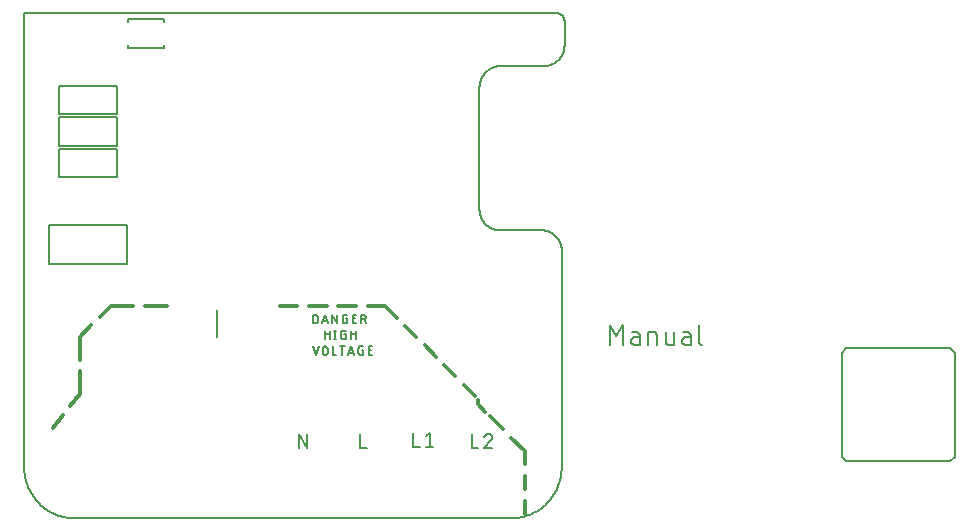
<source format=gbr>
G04 EAGLE Gerber RS-274X export*
G75*
%MOMM*%
%FSLAX34Y34*%
%LPD*%
%INSilkscreen Top*%
%IPPOS*%
%AMOC8*
5,1,8,0,0,1.08239X$1,22.5*%
G01*
%ADD10C,0.152400*%
%ADD11C,0.203200*%
%ADD12C,0.177800*%
%ADD13C,0.304800*%
%ADD14C,0.127000*%
%ADD15C,0.200000*%


D10*
X4888Y396414D02*
X4888Y11816D01*
X4901Y10773D01*
X4938Y9730D01*
X5001Y8688D01*
X5090Y7649D01*
X5203Y6611D01*
X5341Y5577D01*
X5504Y4546D01*
X5692Y3520D01*
X5905Y2498D01*
X6143Y1482D01*
X6405Y472D01*
X6691Y-531D01*
X7001Y-1527D01*
X7336Y-2516D01*
X7694Y-3496D01*
X8076Y-4467D01*
X8481Y-5429D01*
X8909Y-6380D01*
X9360Y-7321D01*
X9834Y-8251D01*
X10330Y-9169D01*
X10848Y-10075D01*
X11388Y-10968D01*
X11949Y-11847D01*
X12532Y-12713D01*
X13135Y-13565D01*
X13758Y-14401D01*
X14402Y-15223D01*
X15065Y-16028D01*
X15747Y-16818D01*
X16449Y-17590D01*
X17168Y-18346D01*
X17906Y-19084D01*
X18662Y-19803D01*
X19434Y-20505D01*
X20224Y-21187D01*
X21029Y-21850D01*
X21851Y-22494D01*
X22687Y-23117D01*
X23539Y-23720D01*
X24405Y-24303D01*
X25284Y-24864D01*
X26177Y-25404D01*
X27083Y-25922D01*
X28001Y-26418D01*
X28931Y-26892D01*
X29872Y-27343D01*
X30823Y-27771D01*
X31785Y-28176D01*
X32756Y-28558D01*
X33736Y-28916D01*
X34725Y-29251D01*
X35721Y-29561D01*
X36724Y-29847D01*
X37734Y-30109D01*
X38750Y-30347D01*
X39772Y-30560D01*
X40798Y-30748D01*
X41829Y-30911D01*
X42863Y-31049D01*
X43901Y-31162D01*
X44940Y-31251D01*
X45982Y-31314D01*
X47025Y-31351D01*
X48068Y-31364D01*
X416682Y-31364D01*
X417734Y-31351D01*
X418786Y-31313D01*
X419837Y-31249D01*
X420885Y-31159D01*
X421931Y-31044D01*
X422974Y-30903D01*
X424014Y-30737D01*
X425049Y-30546D01*
X426079Y-30329D01*
X427103Y-30088D01*
X428121Y-29821D01*
X429133Y-29530D01*
X430137Y-29214D01*
X431133Y-28874D01*
X432120Y-28510D01*
X433098Y-28122D01*
X434067Y-27710D01*
X435025Y-27274D01*
X435972Y-26816D01*
X436908Y-26334D01*
X437832Y-25830D01*
X438743Y-25303D01*
X439641Y-24754D01*
X440526Y-24184D01*
X441396Y-23592D01*
X442252Y-22979D01*
X443092Y-22346D01*
X443917Y-21692D01*
X444725Y-21018D01*
X445517Y-20325D01*
X446292Y-19613D01*
X447049Y-18882D01*
X447788Y-18132D01*
X448509Y-17365D01*
X449211Y-16581D01*
X449893Y-15780D01*
X450556Y-14962D01*
X451198Y-14129D01*
X451821Y-13280D01*
X452422Y-12416D01*
X453002Y-11538D01*
X453560Y-10645D01*
X454097Y-9740D01*
X454611Y-8822D01*
X455103Y-7891D01*
X455571Y-6949D01*
X456017Y-5996D01*
X456440Y-5032D01*
X456838Y-4058D01*
X457213Y-3074D01*
X457564Y-2082D01*
X457891Y-1081D01*
X458193Y-73D01*
X458470Y942D01*
X458723Y1964D01*
X458951Y2991D01*
X459153Y4024D01*
X459330Y5062D01*
X459482Y6103D01*
X459609Y7148D01*
X459710Y8195D01*
X459785Y9245D01*
X459835Y10296D01*
X459859Y11349D01*
X459859Y194844D01*
X459879Y195254D01*
X459890Y195664D01*
X459890Y196074D01*
X459880Y196484D01*
X459860Y196894D01*
X459830Y197303D01*
X459790Y197712D01*
X459740Y198119D01*
X459680Y198525D01*
X459610Y198929D01*
X459530Y199331D01*
X459441Y199732D01*
X459341Y200130D01*
X459232Y200525D01*
X459113Y200918D01*
X458985Y201308D01*
X458847Y201694D01*
X458700Y202077D01*
X458543Y202456D01*
X458377Y202831D01*
X458202Y203202D01*
X458018Y203569D01*
X457825Y203931D01*
X457623Y204288D01*
X457413Y204640D01*
X457194Y204987D01*
X456966Y205329D01*
X456730Y205664D01*
X456486Y205994D01*
X456234Y206318D01*
X455974Y206636D01*
X455707Y206947D01*
X455432Y207251D01*
X455149Y207549D01*
X454859Y207839D01*
X454563Y208122D01*
X454259Y208398D01*
X453949Y208667D01*
X453632Y208928D01*
X453309Y209181D01*
X452980Y209426D01*
X452645Y209662D01*
X452304Y209891D01*
X451958Y210111D01*
X451607Y210323D01*
X451250Y210525D01*
X450888Y210720D01*
X450522Y210905D01*
X450152Y211081D01*
X449777Y211248D01*
X449398Y211406D01*
X449016Y211554D01*
X448630Y211693D01*
X448241Y211823D01*
X447848Y211942D01*
X447453Y212053D01*
X447055Y212153D01*
X446655Y212244D01*
X446253Y212325D01*
X445849Y212396D01*
X445443Y212457D01*
X445036Y212509D01*
X444628Y212550D01*
X444219Y212581D01*
X444219Y212582D02*
X408122Y212582D01*
X407692Y212587D01*
X407263Y212603D01*
X406834Y212629D01*
X406406Y212665D01*
X405979Y212712D01*
X405553Y212769D01*
X405129Y212836D01*
X404706Y212913D01*
X404285Y213001D01*
X403867Y213099D01*
X403451Y213207D01*
X403038Y213324D01*
X402628Y213452D01*
X402221Y213590D01*
X401817Y213737D01*
X401417Y213895D01*
X401021Y214061D01*
X400629Y214238D01*
X400242Y214424D01*
X399859Y214619D01*
X399481Y214823D01*
X399108Y215036D01*
X398741Y215258D01*
X398378Y215490D01*
X398022Y215729D01*
X397671Y215978D01*
X397327Y216234D01*
X396988Y216499D01*
X396657Y216772D01*
X396332Y217053D01*
X396014Y217342D01*
X395702Y217639D01*
X395399Y217942D01*
X395102Y218254D01*
X394813Y218572D01*
X394532Y218897D01*
X394259Y219228D01*
X393994Y219567D01*
X393738Y219911D01*
X393489Y220262D01*
X393250Y220618D01*
X393018Y220981D01*
X392796Y221348D01*
X392583Y221721D01*
X392379Y222099D01*
X392184Y222482D01*
X391998Y222869D01*
X391821Y223261D01*
X391655Y223657D01*
X391497Y224057D01*
X391350Y224461D01*
X391212Y224868D01*
X391084Y225278D01*
X390967Y225691D01*
X390859Y226107D01*
X390761Y226525D01*
X390673Y226946D01*
X390596Y227369D01*
X390529Y227793D01*
X390472Y228219D01*
X390425Y228646D01*
X390389Y229074D01*
X390363Y229503D01*
X390347Y229932D01*
X390342Y230362D01*
X390342Y333867D01*
X390347Y334297D01*
X390363Y334726D01*
X390389Y335155D01*
X390425Y335583D01*
X390472Y336010D01*
X390529Y336436D01*
X390596Y336860D01*
X390673Y337283D01*
X390761Y337704D01*
X390859Y338122D01*
X390967Y338538D01*
X391084Y338951D01*
X391212Y339361D01*
X391350Y339768D01*
X391497Y340172D01*
X391655Y340572D01*
X391821Y340968D01*
X391998Y341360D01*
X392184Y341747D01*
X392379Y342130D01*
X392583Y342508D01*
X392796Y342881D01*
X393018Y343248D01*
X393250Y343611D01*
X393489Y343967D01*
X393738Y344318D01*
X393994Y344662D01*
X394259Y345001D01*
X394532Y345332D01*
X394813Y345657D01*
X395102Y345975D01*
X395399Y346287D01*
X395702Y346590D01*
X396014Y346887D01*
X396332Y347176D01*
X396657Y347457D01*
X396988Y347730D01*
X397327Y347995D01*
X397671Y348251D01*
X398022Y348500D01*
X398378Y348739D01*
X398741Y348971D01*
X399108Y349193D01*
X399481Y349406D01*
X399859Y349610D01*
X400242Y349805D01*
X400629Y349991D01*
X401021Y350168D01*
X401417Y350334D01*
X401817Y350492D01*
X402221Y350639D01*
X402628Y350777D01*
X403038Y350905D01*
X403451Y351022D01*
X403867Y351130D01*
X404285Y351228D01*
X404706Y351316D01*
X405129Y351393D01*
X405553Y351460D01*
X405979Y351517D01*
X406406Y351564D01*
X406834Y351600D01*
X407263Y351626D01*
X407692Y351642D01*
X408122Y351647D01*
X444571Y351647D01*
X445001Y351652D01*
X445430Y351668D01*
X445859Y351694D01*
X446287Y351730D01*
X446714Y351777D01*
X447140Y351834D01*
X447564Y351901D01*
X447987Y351978D01*
X448408Y352066D01*
X448826Y352164D01*
X449242Y352272D01*
X449655Y352389D01*
X450065Y352517D01*
X450472Y352655D01*
X450876Y352802D01*
X451276Y352960D01*
X451672Y353126D01*
X452064Y353303D01*
X452451Y353489D01*
X452834Y353684D01*
X453212Y353888D01*
X453585Y354101D01*
X453952Y354323D01*
X454315Y354555D01*
X454671Y354794D01*
X455022Y355043D01*
X455366Y355299D01*
X455705Y355564D01*
X456036Y355837D01*
X456361Y356118D01*
X456679Y356407D01*
X456991Y356704D01*
X457294Y357007D01*
X457591Y357319D01*
X457880Y357637D01*
X458161Y357962D01*
X458434Y358293D01*
X458699Y358632D01*
X458955Y358976D01*
X459204Y359327D01*
X459443Y359683D01*
X459675Y360046D01*
X459897Y360413D01*
X460110Y360786D01*
X460314Y361164D01*
X460509Y361547D01*
X460695Y361934D01*
X460872Y362326D01*
X461038Y362722D01*
X461196Y363122D01*
X461343Y363526D01*
X461481Y363933D01*
X461609Y364343D01*
X461726Y364756D01*
X461834Y365172D01*
X461932Y365590D01*
X462020Y366011D01*
X462097Y366434D01*
X462164Y366858D01*
X462221Y367284D01*
X462268Y367711D01*
X462304Y368139D01*
X462330Y368568D01*
X462346Y368997D01*
X462351Y369427D01*
X462351Y390064D01*
X462349Y390222D01*
X462343Y390381D01*
X462333Y390539D01*
X462319Y390696D01*
X462302Y390854D01*
X462280Y391010D01*
X462255Y391167D01*
X462225Y391322D01*
X462192Y391477D01*
X462155Y391631D01*
X462114Y391784D01*
X462069Y391936D01*
X462020Y392086D01*
X461968Y392236D01*
X461912Y392384D01*
X461852Y392531D01*
X461789Y392676D01*
X461722Y392819D01*
X461652Y392961D01*
X461578Y393101D01*
X461500Y393239D01*
X461419Y393375D01*
X461335Y393509D01*
X461248Y393641D01*
X461157Y393771D01*
X461063Y393898D01*
X460966Y394023D01*
X460865Y394146D01*
X460762Y394266D01*
X460656Y394383D01*
X460547Y394498D01*
X460435Y394610D01*
X460320Y394719D01*
X460203Y394825D01*
X460083Y394928D01*
X459960Y395029D01*
X459835Y395126D01*
X459708Y395220D01*
X459578Y395311D01*
X459446Y395398D01*
X459312Y395482D01*
X459176Y395563D01*
X459038Y395641D01*
X458898Y395715D01*
X458756Y395785D01*
X458613Y395852D01*
X458468Y395915D01*
X458321Y395975D01*
X458173Y396031D01*
X458023Y396083D01*
X457873Y396132D01*
X457721Y396177D01*
X457568Y396218D01*
X457414Y396255D01*
X457259Y396288D01*
X457104Y396318D01*
X456947Y396343D01*
X456791Y396365D01*
X456633Y396382D01*
X456476Y396396D01*
X456318Y396406D01*
X456159Y396412D01*
X456001Y396414D01*
X4888Y396414D01*
D11*
X237865Y40382D02*
X237865Y28444D01*
X244498Y28444D02*
X237865Y40382D01*
X244498Y40382D02*
X244498Y28444D01*
X289491Y28381D02*
X289491Y40319D01*
X289491Y28381D02*
X294797Y28381D01*
X334322Y29333D02*
X334322Y41271D01*
X334322Y29333D02*
X339628Y29333D01*
X344764Y38618D02*
X348080Y41271D01*
X348080Y29333D01*
X344764Y29333D02*
X351396Y29333D01*
X383915Y28508D02*
X383915Y40446D01*
X383915Y28508D02*
X389221Y28508D01*
X400990Y37461D02*
X400988Y37568D01*
X400982Y37674D01*
X400973Y37780D01*
X400960Y37886D01*
X400943Y37991D01*
X400922Y38096D01*
X400897Y38199D01*
X400869Y38302D01*
X400837Y38404D01*
X400802Y38504D01*
X400763Y38603D01*
X400720Y38701D01*
X400674Y38797D01*
X400625Y38892D01*
X400572Y38984D01*
X400516Y39075D01*
X400457Y39163D01*
X400395Y39250D01*
X400329Y39334D01*
X400261Y39416D01*
X400190Y39495D01*
X400116Y39572D01*
X400039Y39646D01*
X399960Y39717D01*
X399878Y39785D01*
X399794Y39851D01*
X399707Y39913D01*
X399619Y39972D01*
X399528Y40028D01*
X399436Y40081D01*
X399341Y40130D01*
X399245Y40176D01*
X399147Y40219D01*
X399048Y40258D01*
X398948Y40293D01*
X398846Y40325D01*
X398743Y40353D01*
X398640Y40378D01*
X398535Y40399D01*
X398430Y40416D01*
X398324Y40429D01*
X398218Y40438D01*
X398112Y40444D01*
X398005Y40446D01*
X398005Y40445D02*
X397884Y40443D01*
X397764Y40437D01*
X397644Y40428D01*
X397524Y40415D01*
X397405Y40398D01*
X397286Y40377D01*
X397168Y40353D01*
X397051Y40324D01*
X396935Y40293D01*
X396819Y40257D01*
X396705Y40218D01*
X396593Y40175D01*
X396481Y40129D01*
X396371Y40080D01*
X396263Y40026D01*
X396157Y39970D01*
X396052Y39910D01*
X395949Y39847D01*
X395849Y39781D01*
X395750Y39712D01*
X395654Y39639D01*
X395560Y39564D01*
X395468Y39486D01*
X395379Y39404D01*
X395292Y39320D01*
X395209Y39234D01*
X395127Y39145D01*
X395049Y39053D01*
X394974Y38959D01*
X394902Y38862D01*
X394832Y38764D01*
X394766Y38663D01*
X394703Y38560D01*
X394644Y38455D01*
X394587Y38349D01*
X394534Y38240D01*
X394485Y38131D01*
X394439Y38019D01*
X394396Y37906D01*
X394358Y37792D01*
X399995Y35139D02*
X400075Y35219D01*
X400153Y35301D01*
X400227Y35385D01*
X400299Y35473D01*
X400367Y35563D01*
X400433Y35655D01*
X400495Y35749D01*
X400553Y35845D01*
X400608Y35944D01*
X400660Y36044D01*
X400708Y36146D01*
X400753Y36250D01*
X400793Y36355D01*
X400830Y36462D01*
X400864Y36570D01*
X400893Y36679D01*
X400919Y36789D01*
X400940Y36900D01*
X400958Y37011D01*
X400972Y37123D01*
X400982Y37235D01*
X400988Y37348D01*
X400990Y37461D01*
X399995Y35140D02*
X394358Y28508D01*
X400990Y28508D01*
D12*
X249337Y133948D02*
X249337Y141060D01*
X251312Y141060D01*
X251398Y141058D01*
X251484Y141052D01*
X251570Y141043D01*
X251655Y141030D01*
X251740Y141013D01*
X251823Y140993D01*
X251906Y140969D01*
X251988Y140941D01*
X252068Y140910D01*
X252147Y140875D01*
X252224Y140837D01*
X252300Y140795D01*
X252374Y140751D01*
X252445Y140703D01*
X252515Y140652D01*
X252582Y140598D01*
X252647Y140541D01*
X252709Y140481D01*
X252769Y140419D01*
X252826Y140354D01*
X252880Y140287D01*
X252931Y140217D01*
X252979Y140146D01*
X253023Y140072D01*
X253065Y139996D01*
X253103Y139919D01*
X253138Y139840D01*
X253169Y139760D01*
X253197Y139678D01*
X253221Y139595D01*
X253241Y139512D01*
X253258Y139427D01*
X253271Y139342D01*
X253280Y139256D01*
X253286Y139170D01*
X253288Y139084D01*
X253288Y135924D01*
X253286Y135838D01*
X253280Y135752D01*
X253271Y135666D01*
X253258Y135581D01*
X253241Y135496D01*
X253221Y135413D01*
X253197Y135330D01*
X253169Y135248D01*
X253138Y135168D01*
X253103Y135089D01*
X253065Y135012D01*
X253023Y134936D01*
X252979Y134862D01*
X252931Y134791D01*
X252880Y134721D01*
X252826Y134654D01*
X252769Y134589D01*
X252709Y134527D01*
X252647Y134467D01*
X252582Y134410D01*
X252515Y134356D01*
X252445Y134305D01*
X252374Y134257D01*
X252300Y134213D01*
X252224Y134171D01*
X252147Y134133D01*
X252068Y134098D01*
X251988Y134067D01*
X251906Y134039D01*
X251823Y134015D01*
X251740Y133995D01*
X251655Y133978D01*
X251570Y133965D01*
X251484Y133956D01*
X251398Y133950D01*
X251312Y133948D01*
X249337Y133948D01*
X257209Y133948D02*
X259580Y141060D01*
X261951Y133948D01*
X261358Y135726D02*
X257802Y135726D01*
X265872Y133948D02*
X265872Y141060D01*
X269823Y133948D01*
X269823Y141060D01*
X277172Y137899D02*
X278357Y137899D01*
X278357Y133948D01*
X275987Y133948D01*
X275909Y133950D01*
X275832Y133956D01*
X275755Y133965D01*
X275679Y133978D01*
X275603Y133995D01*
X275528Y134016D01*
X275455Y134040D01*
X275382Y134068D01*
X275311Y134100D01*
X275242Y134135D01*
X275175Y134173D01*
X275109Y134214D01*
X275046Y134259D01*
X274985Y134307D01*
X274926Y134357D01*
X274870Y134411D01*
X274816Y134467D01*
X274766Y134526D01*
X274718Y134587D01*
X274673Y134650D01*
X274632Y134716D01*
X274594Y134783D01*
X274559Y134852D01*
X274527Y134923D01*
X274499Y134996D01*
X274475Y135069D01*
X274454Y135144D01*
X274437Y135220D01*
X274424Y135296D01*
X274415Y135373D01*
X274409Y135450D01*
X274407Y135528D01*
X274406Y135528D02*
X274406Y139480D01*
X274407Y139480D02*
X274409Y139558D01*
X274415Y139635D01*
X274424Y139712D01*
X274437Y139788D01*
X274454Y139864D01*
X274475Y139939D01*
X274499Y140012D01*
X274527Y140085D01*
X274559Y140156D01*
X274594Y140225D01*
X274632Y140292D01*
X274673Y140358D01*
X274718Y140421D01*
X274766Y140482D01*
X274816Y140541D01*
X274870Y140597D01*
X274926Y140651D01*
X274985Y140701D01*
X275046Y140749D01*
X275109Y140794D01*
X275175Y140835D01*
X275242Y140873D01*
X275311Y140908D01*
X275382Y140940D01*
X275455Y140968D01*
X275528Y140992D01*
X275603Y141013D01*
X275679Y141030D01*
X275755Y141043D01*
X275832Y141052D01*
X275909Y141058D01*
X275987Y141060D01*
X278357Y141060D01*
X282968Y133948D02*
X286129Y133948D01*
X282968Y133948D02*
X282968Y141060D01*
X286129Y141060D01*
X285339Y137899D02*
X282968Y137899D01*
X289965Y141060D02*
X289965Y133948D01*
X289965Y141060D02*
X291941Y141060D01*
X292028Y141058D01*
X292116Y141052D01*
X292203Y141043D01*
X292289Y141029D01*
X292375Y141012D01*
X292459Y140991D01*
X292543Y140966D01*
X292626Y140937D01*
X292707Y140905D01*
X292787Y140870D01*
X292865Y140831D01*
X292942Y140788D01*
X293016Y140742D01*
X293088Y140693D01*
X293158Y140641D01*
X293226Y140585D01*
X293291Y140527D01*
X293354Y140466D01*
X293413Y140402D01*
X293470Y140335D01*
X293524Y140267D01*
X293575Y140195D01*
X293622Y140122D01*
X293667Y140047D01*
X293708Y139969D01*
X293745Y139890D01*
X293779Y139810D01*
X293809Y139728D01*
X293836Y139645D01*
X293859Y139560D01*
X293878Y139475D01*
X293893Y139389D01*
X293905Y139302D01*
X293913Y139215D01*
X293917Y139128D01*
X293917Y139040D01*
X293913Y138953D01*
X293905Y138866D01*
X293893Y138779D01*
X293878Y138693D01*
X293859Y138608D01*
X293836Y138523D01*
X293809Y138440D01*
X293779Y138358D01*
X293745Y138278D01*
X293708Y138199D01*
X293667Y138121D01*
X293622Y138046D01*
X293575Y137973D01*
X293524Y137901D01*
X293470Y137833D01*
X293413Y137766D01*
X293354Y137702D01*
X293291Y137641D01*
X293226Y137583D01*
X293158Y137527D01*
X293088Y137475D01*
X293016Y137426D01*
X292942Y137380D01*
X292865Y137337D01*
X292787Y137298D01*
X292707Y137263D01*
X292626Y137231D01*
X292543Y137202D01*
X292459Y137177D01*
X292375Y137156D01*
X292289Y137139D01*
X292203Y137125D01*
X292116Y137116D01*
X292028Y137110D01*
X291941Y137108D01*
X291941Y137109D02*
X289965Y137109D01*
X292336Y137109D02*
X293916Y133948D01*
X259610Y127725D02*
X259610Y120613D01*
X259610Y124564D02*
X263561Y124564D01*
X263561Y127725D02*
X263561Y120613D01*
X268253Y120613D02*
X268253Y127725D01*
X267462Y120613D02*
X269043Y120613D01*
X269043Y127725D02*
X267462Y127725D01*
X275710Y124564D02*
X276896Y124564D01*
X276896Y120613D01*
X274525Y120613D01*
X274447Y120615D01*
X274370Y120621D01*
X274293Y120630D01*
X274217Y120643D01*
X274141Y120660D01*
X274066Y120681D01*
X273993Y120705D01*
X273920Y120733D01*
X273849Y120765D01*
X273780Y120800D01*
X273713Y120838D01*
X273647Y120879D01*
X273584Y120924D01*
X273523Y120972D01*
X273464Y121022D01*
X273408Y121076D01*
X273354Y121132D01*
X273304Y121191D01*
X273256Y121252D01*
X273211Y121315D01*
X273170Y121381D01*
X273132Y121448D01*
X273097Y121517D01*
X273065Y121588D01*
X273037Y121661D01*
X273013Y121734D01*
X272992Y121809D01*
X272975Y121885D01*
X272962Y121961D01*
X272953Y122038D01*
X272947Y122115D01*
X272945Y122193D01*
X272945Y126145D01*
X272947Y126223D01*
X272953Y126300D01*
X272962Y126377D01*
X272975Y126453D01*
X272992Y126529D01*
X273013Y126604D01*
X273037Y126677D01*
X273065Y126750D01*
X273097Y126821D01*
X273132Y126890D01*
X273170Y126957D01*
X273211Y127023D01*
X273256Y127086D01*
X273304Y127147D01*
X273354Y127206D01*
X273408Y127262D01*
X273464Y127316D01*
X273523Y127366D01*
X273584Y127414D01*
X273647Y127459D01*
X273713Y127500D01*
X273780Y127538D01*
X273849Y127573D01*
X273920Y127605D01*
X273993Y127633D01*
X274066Y127657D01*
X274141Y127678D01*
X274217Y127695D01*
X274293Y127708D01*
X274370Y127717D01*
X274447Y127723D01*
X274525Y127725D01*
X276896Y127725D01*
X281479Y127725D02*
X281479Y120613D01*
X281479Y124564D02*
X285430Y124564D01*
X285430Y127725D02*
X285430Y120613D01*
X251707Y107278D02*
X249337Y114390D01*
X254078Y114390D02*
X251707Y107278D01*
X257733Y109254D02*
X257733Y112414D01*
X257732Y112414D02*
X257734Y112501D01*
X257740Y112589D01*
X257749Y112676D01*
X257763Y112762D01*
X257780Y112848D01*
X257801Y112932D01*
X257826Y113016D01*
X257855Y113099D01*
X257887Y113180D01*
X257922Y113260D01*
X257961Y113338D01*
X258004Y113415D01*
X258050Y113489D01*
X258099Y113561D01*
X258151Y113631D01*
X258207Y113699D01*
X258265Y113764D01*
X258326Y113827D01*
X258390Y113886D01*
X258457Y113943D01*
X258525Y113997D01*
X258597Y114048D01*
X258670Y114095D01*
X258745Y114140D01*
X258823Y114181D01*
X258902Y114218D01*
X258982Y114252D01*
X259064Y114282D01*
X259147Y114309D01*
X259232Y114332D01*
X259317Y114351D01*
X259403Y114366D01*
X259490Y114378D01*
X259577Y114386D01*
X259664Y114390D01*
X259752Y114390D01*
X259839Y114386D01*
X259926Y114378D01*
X260013Y114366D01*
X260099Y114351D01*
X260184Y114332D01*
X260269Y114309D01*
X260352Y114282D01*
X260434Y114252D01*
X260514Y114218D01*
X260593Y114181D01*
X260671Y114140D01*
X260746Y114095D01*
X260819Y114048D01*
X260891Y113997D01*
X260959Y113943D01*
X261026Y113886D01*
X261090Y113827D01*
X261151Y113764D01*
X261209Y113699D01*
X261265Y113631D01*
X261317Y113561D01*
X261366Y113489D01*
X261412Y113415D01*
X261455Y113338D01*
X261494Y113260D01*
X261529Y113180D01*
X261561Y113099D01*
X261590Y113016D01*
X261615Y112932D01*
X261636Y112848D01*
X261653Y112762D01*
X261667Y112676D01*
X261676Y112589D01*
X261682Y112501D01*
X261684Y112414D01*
X261684Y109254D01*
X261682Y109167D01*
X261676Y109079D01*
X261667Y108992D01*
X261653Y108906D01*
X261636Y108820D01*
X261615Y108736D01*
X261590Y108652D01*
X261561Y108569D01*
X261529Y108488D01*
X261494Y108408D01*
X261455Y108330D01*
X261412Y108253D01*
X261366Y108179D01*
X261317Y108107D01*
X261265Y108037D01*
X261209Y107969D01*
X261151Y107904D01*
X261090Y107841D01*
X261026Y107782D01*
X260959Y107725D01*
X260891Y107671D01*
X260819Y107620D01*
X260746Y107573D01*
X260671Y107528D01*
X260593Y107487D01*
X260514Y107450D01*
X260434Y107416D01*
X260352Y107386D01*
X260269Y107359D01*
X260184Y107336D01*
X260099Y107317D01*
X260013Y107302D01*
X259926Y107290D01*
X259839Y107282D01*
X259752Y107278D01*
X259664Y107278D01*
X259577Y107282D01*
X259490Y107290D01*
X259403Y107302D01*
X259317Y107317D01*
X259232Y107336D01*
X259147Y107359D01*
X259064Y107386D01*
X258982Y107416D01*
X258902Y107450D01*
X258823Y107487D01*
X258745Y107528D01*
X258670Y107573D01*
X258597Y107620D01*
X258525Y107671D01*
X258457Y107725D01*
X258390Y107782D01*
X258326Y107841D01*
X258265Y107904D01*
X258207Y107969D01*
X258151Y108037D01*
X258099Y108107D01*
X258050Y108179D01*
X258004Y108253D01*
X257961Y108330D01*
X257922Y108408D01*
X257887Y108488D01*
X257855Y108569D01*
X257826Y108652D01*
X257801Y108736D01*
X257780Y108820D01*
X257763Y108906D01*
X257749Y108992D01*
X257740Y109079D01*
X257734Y109167D01*
X257732Y109254D01*
X266028Y107278D02*
X266028Y114390D01*
X266028Y107278D02*
X269189Y107278D01*
X274110Y107278D02*
X274110Y114390D01*
X272135Y114390D02*
X276086Y114390D01*
X281578Y114390D02*
X279207Y107278D01*
X283948Y107278D02*
X281578Y114390D01*
X283356Y109056D02*
X279800Y109056D01*
X290635Y111229D02*
X291821Y111229D01*
X291821Y107278D01*
X289450Y107278D01*
X289372Y107280D01*
X289295Y107286D01*
X289218Y107295D01*
X289142Y107308D01*
X289066Y107325D01*
X288991Y107346D01*
X288918Y107370D01*
X288845Y107398D01*
X288774Y107430D01*
X288705Y107465D01*
X288638Y107503D01*
X288572Y107544D01*
X288509Y107589D01*
X288448Y107637D01*
X288389Y107687D01*
X288333Y107741D01*
X288279Y107797D01*
X288229Y107856D01*
X288181Y107917D01*
X288136Y107980D01*
X288095Y108046D01*
X288057Y108113D01*
X288022Y108182D01*
X287990Y108253D01*
X287962Y108326D01*
X287938Y108399D01*
X287917Y108474D01*
X287900Y108550D01*
X287887Y108626D01*
X287878Y108703D01*
X287872Y108780D01*
X287870Y108858D01*
X287870Y112810D01*
X287872Y112888D01*
X287878Y112965D01*
X287887Y113042D01*
X287900Y113118D01*
X287917Y113194D01*
X287938Y113269D01*
X287962Y113342D01*
X287990Y113415D01*
X288022Y113486D01*
X288057Y113555D01*
X288095Y113622D01*
X288136Y113688D01*
X288181Y113751D01*
X288229Y113812D01*
X288279Y113871D01*
X288333Y113927D01*
X288389Y113981D01*
X288448Y114031D01*
X288509Y114079D01*
X288572Y114124D01*
X288638Y114165D01*
X288705Y114203D01*
X288774Y114238D01*
X288845Y114270D01*
X288918Y114298D01*
X288991Y114322D01*
X289066Y114343D01*
X289142Y114360D01*
X289218Y114373D01*
X289295Y114382D01*
X289372Y114388D01*
X289450Y114390D01*
X291821Y114390D01*
X296432Y107278D02*
X299593Y107278D01*
X296432Y107278D02*
X296432Y114390D01*
X299593Y114390D01*
X298802Y111229D02*
X296432Y111229D01*
D13*
X37409Y55779D02*
X29027Y45577D01*
X43758Y63505D02*
X52141Y73707D01*
X52141Y93028D01*
X52141Y103028D02*
X52141Y122348D01*
X61781Y131989D01*
X68852Y139060D02*
X78493Y148701D01*
X97337Y148701D01*
X107337Y148701D02*
X126182Y148701D01*
X221051Y148193D02*
X235966Y148193D01*
X245966Y148193D02*
X260882Y148193D01*
X270882Y148193D02*
X285797Y148193D01*
X295797Y148193D02*
X310713Y148193D01*
X320194Y138711D01*
X327265Y131640D02*
X336747Y122158D01*
X343818Y115087D02*
X353299Y105606D01*
X360370Y98535D02*
X369852Y89053D01*
X376923Y81982D02*
X386405Y72501D01*
X399041Y55610D02*
X410275Y44133D01*
X417271Y36987D02*
X428505Y25511D01*
X428505Y14482D01*
X428505Y4482D02*
X428505Y-6547D01*
X428505Y-16547D02*
X428505Y-27576D01*
X428696Y-27766D01*
X388691Y65452D02*
X388691Y69135D01*
X388691Y65452D02*
X395422Y58721D01*
D10*
X500762Y115762D02*
X500762Y132018D01*
X506181Y122987D01*
X511599Y132018D01*
X511599Y115762D01*
X521808Y122084D02*
X525872Y122084D01*
X521808Y122084D02*
X521696Y122082D01*
X521585Y122076D01*
X521474Y122066D01*
X521363Y122053D01*
X521253Y122035D01*
X521144Y122013D01*
X521035Y121988D01*
X520927Y121959D01*
X520821Y121926D01*
X520715Y121889D01*
X520611Y121849D01*
X520509Y121805D01*
X520408Y121757D01*
X520309Y121706D01*
X520211Y121651D01*
X520116Y121593D01*
X520023Y121532D01*
X519932Y121467D01*
X519843Y121399D01*
X519757Y121328D01*
X519674Y121255D01*
X519593Y121178D01*
X519514Y121098D01*
X519439Y121016D01*
X519367Y120931D01*
X519297Y120844D01*
X519231Y120754D01*
X519168Y120662D01*
X519108Y120567D01*
X519052Y120471D01*
X518999Y120373D01*
X518950Y120273D01*
X518904Y120171D01*
X518862Y120068D01*
X518823Y119963D01*
X518788Y119857D01*
X518757Y119750D01*
X518730Y119642D01*
X518706Y119533D01*
X518687Y119423D01*
X518671Y119313D01*
X518659Y119202D01*
X518651Y119090D01*
X518647Y118979D01*
X518647Y118867D01*
X518651Y118756D01*
X518659Y118644D01*
X518671Y118533D01*
X518687Y118423D01*
X518706Y118313D01*
X518730Y118204D01*
X518757Y118096D01*
X518788Y117989D01*
X518823Y117883D01*
X518862Y117778D01*
X518904Y117675D01*
X518950Y117573D01*
X518999Y117473D01*
X519052Y117375D01*
X519108Y117279D01*
X519168Y117184D01*
X519231Y117092D01*
X519297Y117002D01*
X519367Y116915D01*
X519439Y116830D01*
X519514Y116748D01*
X519593Y116668D01*
X519674Y116591D01*
X519757Y116518D01*
X519843Y116447D01*
X519932Y116379D01*
X520023Y116314D01*
X520116Y116253D01*
X520211Y116195D01*
X520309Y116140D01*
X520408Y116089D01*
X520509Y116041D01*
X520611Y115997D01*
X520715Y115957D01*
X520821Y115920D01*
X520927Y115887D01*
X521035Y115858D01*
X521144Y115833D01*
X521253Y115811D01*
X521363Y115793D01*
X521474Y115780D01*
X521585Y115770D01*
X521696Y115764D01*
X521808Y115762D01*
X525872Y115762D01*
X525872Y123890D01*
X525870Y123991D01*
X525864Y124092D01*
X525855Y124193D01*
X525842Y124294D01*
X525825Y124394D01*
X525804Y124493D01*
X525780Y124591D01*
X525752Y124688D01*
X525720Y124785D01*
X525685Y124880D01*
X525646Y124973D01*
X525604Y125065D01*
X525558Y125156D01*
X525509Y125245D01*
X525457Y125331D01*
X525401Y125416D01*
X525343Y125499D01*
X525281Y125579D01*
X525216Y125657D01*
X525149Y125733D01*
X525079Y125806D01*
X525006Y125876D01*
X524930Y125943D01*
X524852Y126008D01*
X524772Y126070D01*
X524689Y126128D01*
X524604Y126184D01*
X524518Y126236D01*
X524429Y126285D01*
X524338Y126331D01*
X524246Y126373D01*
X524153Y126412D01*
X524058Y126447D01*
X523961Y126479D01*
X523864Y126507D01*
X523766Y126531D01*
X523667Y126552D01*
X523567Y126569D01*
X523466Y126582D01*
X523365Y126591D01*
X523264Y126597D01*
X523163Y126599D01*
X519550Y126599D01*
X533310Y126599D02*
X533310Y115762D01*
X533310Y126599D02*
X537825Y126599D01*
X537929Y126597D01*
X538032Y126591D01*
X538136Y126581D01*
X538239Y126567D01*
X538341Y126549D01*
X538442Y126528D01*
X538543Y126502D01*
X538642Y126473D01*
X538741Y126440D01*
X538838Y126403D01*
X538933Y126362D01*
X539027Y126318D01*
X539119Y126270D01*
X539209Y126219D01*
X539298Y126164D01*
X539384Y126106D01*
X539467Y126044D01*
X539549Y125980D01*
X539627Y125912D01*
X539703Y125842D01*
X539777Y125769D01*
X539847Y125692D01*
X539915Y125614D01*
X539979Y125532D01*
X540041Y125449D01*
X540099Y125363D01*
X540154Y125274D01*
X540205Y125184D01*
X540253Y125092D01*
X540297Y124998D01*
X540338Y124903D01*
X540375Y124806D01*
X540408Y124707D01*
X540437Y124608D01*
X540463Y124507D01*
X540484Y124406D01*
X540502Y124304D01*
X540516Y124201D01*
X540526Y124097D01*
X540532Y123994D01*
X540534Y123890D01*
X540535Y123890D02*
X540535Y115762D01*
X547899Y118471D02*
X547899Y126599D01*
X547899Y118471D02*
X547901Y118370D01*
X547907Y118269D01*
X547916Y118168D01*
X547929Y118067D01*
X547946Y117967D01*
X547967Y117868D01*
X547991Y117770D01*
X548019Y117673D01*
X548051Y117576D01*
X548086Y117481D01*
X548125Y117388D01*
X548167Y117296D01*
X548213Y117205D01*
X548262Y117117D01*
X548314Y117030D01*
X548370Y116945D01*
X548428Y116862D01*
X548490Y116782D01*
X548555Y116704D01*
X548622Y116628D01*
X548692Y116555D01*
X548765Y116485D01*
X548841Y116418D01*
X548919Y116353D01*
X548999Y116291D01*
X549082Y116233D01*
X549167Y116177D01*
X549254Y116125D01*
X549342Y116076D01*
X549433Y116030D01*
X549525Y115988D01*
X549618Y115949D01*
X549713Y115914D01*
X549810Y115882D01*
X549907Y115854D01*
X550005Y115830D01*
X550104Y115809D01*
X550204Y115792D01*
X550305Y115779D01*
X550406Y115770D01*
X550507Y115764D01*
X550608Y115762D01*
X555124Y115762D01*
X555124Y126599D01*
X565054Y122084D02*
X569118Y122084D01*
X565054Y122084D02*
X564942Y122082D01*
X564831Y122076D01*
X564720Y122066D01*
X564609Y122053D01*
X564499Y122035D01*
X564390Y122013D01*
X564281Y121988D01*
X564173Y121959D01*
X564067Y121926D01*
X563961Y121889D01*
X563857Y121849D01*
X563755Y121805D01*
X563654Y121757D01*
X563555Y121706D01*
X563457Y121651D01*
X563362Y121593D01*
X563269Y121532D01*
X563178Y121467D01*
X563089Y121399D01*
X563003Y121328D01*
X562920Y121255D01*
X562839Y121178D01*
X562760Y121098D01*
X562685Y121016D01*
X562613Y120931D01*
X562543Y120844D01*
X562477Y120754D01*
X562414Y120662D01*
X562354Y120567D01*
X562298Y120471D01*
X562245Y120373D01*
X562196Y120273D01*
X562150Y120171D01*
X562108Y120068D01*
X562069Y119963D01*
X562034Y119857D01*
X562003Y119750D01*
X561976Y119642D01*
X561952Y119533D01*
X561933Y119423D01*
X561917Y119313D01*
X561905Y119202D01*
X561897Y119090D01*
X561893Y118979D01*
X561893Y118867D01*
X561897Y118756D01*
X561905Y118644D01*
X561917Y118533D01*
X561933Y118423D01*
X561952Y118313D01*
X561976Y118204D01*
X562003Y118096D01*
X562034Y117989D01*
X562069Y117883D01*
X562108Y117778D01*
X562150Y117675D01*
X562196Y117573D01*
X562245Y117473D01*
X562298Y117375D01*
X562354Y117279D01*
X562414Y117184D01*
X562477Y117092D01*
X562543Y117002D01*
X562613Y116915D01*
X562685Y116830D01*
X562760Y116748D01*
X562839Y116668D01*
X562920Y116591D01*
X563003Y116518D01*
X563089Y116447D01*
X563178Y116379D01*
X563269Y116314D01*
X563362Y116253D01*
X563457Y116195D01*
X563555Y116140D01*
X563654Y116089D01*
X563755Y116041D01*
X563857Y115997D01*
X563961Y115957D01*
X564067Y115920D01*
X564173Y115887D01*
X564281Y115858D01*
X564390Y115833D01*
X564499Y115811D01*
X564609Y115793D01*
X564720Y115780D01*
X564831Y115770D01*
X564942Y115764D01*
X565054Y115762D01*
X569118Y115762D01*
X569118Y123890D01*
X569116Y123991D01*
X569110Y124092D01*
X569101Y124193D01*
X569088Y124294D01*
X569071Y124394D01*
X569050Y124493D01*
X569026Y124591D01*
X568998Y124688D01*
X568966Y124785D01*
X568931Y124880D01*
X568892Y124973D01*
X568850Y125065D01*
X568804Y125156D01*
X568755Y125245D01*
X568703Y125331D01*
X568647Y125416D01*
X568589Y125499D01*
X568527Y125579D01*
X568462Y125657D01*
X568395Y125733D01*
X568325Y125806D01*
X568252Y125876D01*
X568176Y125943D01*
X568098Y126008D01*
X568018Y126070D01*
X567935Y126128D01*
X567850Y126184D01*
X567764Y126236D01*
X567675Y126285D01*
X567584Y126331D01*
X567492Y126373D01*
X567399Y126412D01*
X567304Y126447D01*
X567207Y126479D01*
X567110Y126507D01*
X567012Y126531D01*
X566913Y126552D01*
X566813Y126569D01*
X566712Y126582D01*
X566611Y126591D01*
X566510Y126597D01*
X566409Y126599D01*
X562797Y126599D01*
X576272Y132018D02*
X576272Y118471D01*
X576274Y118370D01*
X576280Y118269D01*
X576289Y118168D01*
X576302Y118067D01*
X576319Y117967D01*
X576340Y117868D01*
X576364Y117770D01*
X576392Y117673D01*
X576424Y117576D01*
X576459Y117481D01*
X576498Y117388D01*
X576540Y117296D01*
X576586Y117205D01*
X576635Y117117D01*
X576687Y117030D01*
X576743Y116945D01*
X576801Y116862D01*
X576863Y116782D01*
X576928Y116704D01*
X576995Y116628D01*
X577065Y116555D01*
X577138Y116485D01*
X577214Y116418D01*
X577292Y116353D01*
X577372Y116291D01*
X577455Y116233D01*
X577540Y116177D01*
X577627Y116125D01*
X577715Y116076D01*
X577806Y116030D01*
X577898Y115988D01*
X577991Y115949D01*
X578086Y115914D01*
X578183Y115882D01*
X578280Y115854D01*
X578378Y115830D01*
X578477Y115809D01*
X578577Y115792D01*
X578678Y115779D01*
X578779Y115770D01*
X578880Y115764D01*
X578981Y115762D01*
D11*
X26042Y183689D02*
X26042Y216709D01*
X91574Y216709D01*
X91574Y183689D01*
X26042Y183689D01*
D14*
X34234Y335073D02*
X83510Y335073D01*
X83510Y310689D01*
X34234Y310689D01*
X34234Y335073D01*
X34234Y308594D02*
X83510Y308594D01*
X83510Y284210D01*
X34234Y284210D01*
X34234Y308594D01*
X34297Y281797D02*
X83573Y281797D01*
X83573Y257413D01*
X34297Y257413D01*
X34297Y281797D01*
X92932Y389294D02*
X92932Y391794D01*
X122932Y391794D01*
X122932Y389294D01*
X92932Y369794D02*
X92932Y366794D01*
X122932Y366794D01*
X122932Y369294D01*
D15*
X167901Y145101D02*
X167901Y122201D01*
D11*
X697000Y109000D02*
X701000Y113000D01*
X789000Y113000D01*
X793000Y109000D01*
X793000Y21000D01*
X789000Y17000D01*
X701000Y17000D01*
X697000Y21000D01*
X697000Y109000D01*
M02*

</source>
